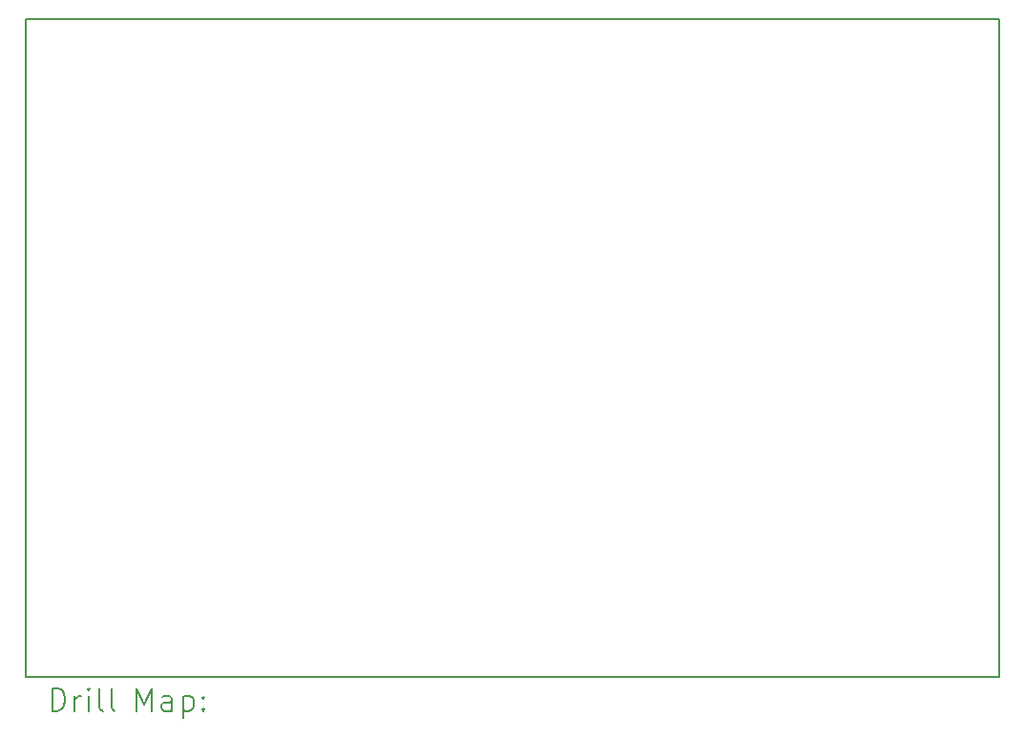
<source format=gbr>
%TF.GenerationSoftware,KiCad,Pcbnew,(7.0.0)*%
%TF.CreationDate,2023-03-22T11:52:13+01:00*%
%TF.ProjectId,ttl-to-rs485-proto,74746c2d-746f-42d7-9273-3438352d7072,rev?*%
%TF.SameCoordinates,Original*%
%TF.FileFunction,Drillmap*%
%TF.FilePolarity,Positive*%
%FSLAX45Y45*%
G04 Gerber Fmt 4.5, Leading zero omitted, Abs format (unit mm)*
G04 Created by KiCad (PCBNEW (7.0.0)) date 2023-03-22 11:52:13*
%MOMM*%
%LPD*%
G01*
G04 APERTURE LIST*
%ADD10C,0.200000*%
G04 APERTURE END LIST*
D10*
X9652000Y-5334000D02*
X18288000Y-5334000D01*
X18288000Y-5334000D02*
X18288000Y-11176000D01*
X18288000Y-11176000D02*
X9652000Y-11176000D01*
X9652000Y-11176000D02*
X9652000Y-5334000D01*
X9889619Y-11479476D02*
X9889619Y-11279476D01*
X9889619Y-11279476D02*
X9937238Y-11279476D01*
X9937238Y-11279476D02*
X9965810Y-11289000D01*
X9965810Y-11289000D02*
X9984857Y-11308048D01*
X9984857Y-11308048D02*
X9994381Y-11327095D01*
X9994381Y-11327095D02*
X10003905Y-11365190D01*
X10003905Y-11365190D02*
X10003905Y-11393762D01*
X10003905Y-11393762D02*
X9994381Y-11431857D01*
X9994381Y-11431857D02*
X9984857Y-11450905D01*
X9984857Y-11450905D02*
X9965810Y-11469952D01*
X9965810Y-11469952D02*
X9937238Y-11479476D01*
X9937238Y-11479476D02*
X9889619Y-11479476D01*
X10089619Y-11479476D02*
X10089619Y-11346143D01*
X10089619Y-11384238D02*
X10099143Y-11365190D01*
X10099143Y-11365190D02*
X10108667Y-11355667D01*
X10108667Y-11355667D02*
X10127714Y-11346143D01*
X10127714Y-11346143D02*
X10146762Y-11346143D01*
X10213429Y-11479476D02*
X10213429Y-11346143D01*
X10213429Y-11279476D02*
X10203905Y-11289000D01*
X10203905Y-11289000D02*
X10213429Y-11298524D01*
X10213429Y-11298524D02*
X10222952Y-11289000D01*
X10222952Y-11289000D02*
X10213429Y-11279476D01*
X10213429Y-11279476D02*
X10213429Y-11298524D01*
X10337238Y-11479476D02*
X10318190Y-11469952D01*
X10318190Y-11469952D02*
X10308667Y-11450905D01*
X10308667Y-11450905D02*
X10308667Y-11279476D01*
X10442000Y-11479476D02*
X10422952Y-11469952D01*
X10422952Y-11469952D02*
X10413429Y-11450905D01*
X10413429Y-11450905D02*
X10413429Y-11279476D01*
X10638190Y-11479476D02*
X10638190Y-11279476D01*
X10638190Y-11279476D02*
X10704857Y-11422333D01*
X10704857Y-11422333D02*
X10771524Y-11279476D01*
X10771524Y-11279476D02*
X10771524Y-11479476D01*
X10952476Y-11479476D02*
X10952476Y-11374714D01*
X10952476Y-11374714D02*
X10942952Y-11355667D01*
X10942952Y-11355667D02*
X10923905Y-11346143D01*
X10923905Y-11346143D02*
X10885809Y-11346143D01*
X10885809Y-11346143D02*
X10866762Y-11355667D01*
X10952476Y-11469952D02*
X10933429Y-11479476D01*
X10933429Y-11479476D02*
X10885809Y-11479476D01*
X10885809Y-11479476D02*
X10866762Y-11469952D01*
X10866762Y-11469952D02*
X10857238Y-11450905D01*
X10857238Y-11450905D02*
X10857238Y-11431857D01*
X10857238Y-11431857D02*
X10866762Y-11412809D01*
X10866762Y-11412809D02*
X10885809Y-11403286D01*
X10885809Y-11403286D02*
X10933429Y-11403286D01*
X10933429Y-11403286D02*
X10952476Y-11393762D01*
X11047714Y-11346143D02*
X11047714Y-11546143D01*
X11047714Y-11355667D02*
X11066762Y-11346143D01*
X11066762Y-11346143D02*
X11104857Y-11346143D01*
X11104857Y-11346143D02*
X11123905Y-11355667D01*
X11123905Y-11355667D02*
X11133429Y-11365190D01*
X11133429Y-11365190D02*
X11142952Y-11384238D01*
X11142952Y-11384238D02*
X11142952Y-11441381D01*
X11142952Y-11441381D02*
X11133429Y-11460428D01*
X11133429Y-11460428D02*
X11123905Y-11469952D01*
X11123905Y-11469952D02*
X11104857Y-11479476D01*
X11104857Y-11479476D02*
X11066762Y-11479476D01*
X11066762Y-11479476D02*
X11047714Y-11469952D01*
X11228667Y-11460428D02*
X11238190Y-11469952D01*
X11238190Y-11469952D02*
X11228667Y-11479476D01*
X11228667Y-11479476D02*
X11219143Y-11469952D01*
X11219143Y-11469952D02*
X11228667Y-11460428D01*
X11228667Y-11460428D02*
X11228667Y-11479476D01*
X11228667Y-11355667D02*
X11238190Y-11365190D01*
X11238190Y-11365190D02*
X11228667Y-11374714D01*
X11228667Y-11374714D02*
X11219143Y-11365190D01*
X11219143Y-11365190D02*
X11228667Y-11355667D01*
X11228667Y-11355667D02*
X11228667Y-11374714D01*
M02*

</source>
